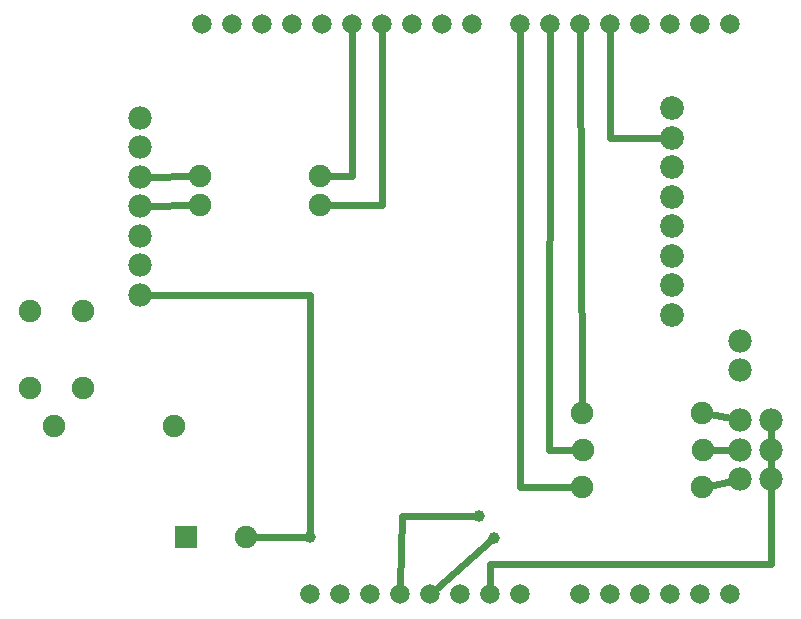
<source format=gtl>
G04 MADE WITH FRITZING*
G04 WWW.FRITZING.ORG*
G04 DOUBLE SIDED*
G04 HOLES PLATED*
G04 CONTOUR ON CENTER OF CONTOUR VECTOR*
%ASAXBY*%
%FSLAX23Y23*%
%MOIN*%
%OFA0B0*%
%SFA1.0B1.0*%
%ADD10C,0.078000*%
%ADD11C,0.075000*%
%ADD12C,0.079370*%
%ADD13C,0.065278*%
%ADD14C,0.039370*%
%ADD15R,0.075000X0.075000*%
%ADD16C,0.024000*%
%LNCOPPER1*%
G90*
G70*
G54D10*
X537Y1689D03*
X537Y1591D03*
X537Y1492D03*
X537Y1394D03*
X537Y1296D03*
X537Y1197D03*
X537Y1099D03*
G54D11*
X171Y788D03*
X171Y1044D03*
X348Y788D03*
X348Y1044D03*
X249Y662D03*
X649Y662D03*
X735Y1398D03*
X1135Y1398D03*
X691Y292D03*
X891Y292D03*
X2413Y583D03*
X2013Y583D03*
X736Y1496D03*
X1136Y1496D03*
X2409Y457D03*
X2009Y457D03*
X2409Y705D03*
X2009Y705D03*
G54D12*
X2309Y1721D03*
X2309Y1622D03*
X2309Y1524D03*
X2309Y1425D03*
X2309Y1327D03*
X2309Y1229D03*
X2309Y1130D03*
X2309Y1032D03*
G54D13*
X2103Y100D03*
X2203Y100D03*
X2303Y100D03*
X2403Y100D03*
X2503Y100D03*
X1643Y2000D03*
X1543Y2000D03*
X1443Y2000D03*
X1343Y2000D03*
X1243Y2000D03*
X1143Y2000D03*
X1043Y2000D03*
X943Y2000D03*
X843Y2000D03*
X743Y2000D03*
X2503Y2000D03*
X2403Y2000D03*
X2303Y2000D03*
X2203Y2000D03*
X2103Y2000D03*
X2003Y2000D03*
X1903Y2000D03*
X1803Y2000D03*
X1203Y100D03*
X1103Y100D03*
X1303Y100D03*
X1403Y100D03*
X1503Y100D03*
X1603Y100D03*
X1703Y100D03*
X1803Y100D03*
X2003Y100D03*
G54D14*
X1668Y361D03*
X1716Y289D03*
X1102Y293D03*
G54D10*
X2639Y681D03*
X2639Y583D03*
X2639Y485D03*
X2537Y681D03*
X2537Y583D03*
X2537Y485D03*
X2537Y945D03*
X2537Y847D03*
G54D15*
X691Y292D03*
G54D16*
X1243Y1496D02*
X1165Y1496D01*
D02*
X1343Y1398D02*
X1164Y1398D01*
D02*
X1343Y1969D02*
X1343Y1398D01*
D02*
X1243Y1969D02*
X1243Y1496D01*
D02*
X2639Y651D02*
X2639Y613D01*
D02*
X2639Y553D02*
X2639Y515D01*
D02*
X2640Y314D02*
X2640Y200D01*
D02*
X2640Y200D02*
X1703Y200D01*
D02*
X1703Y200D02*
X1703Y132D01*
D02*
X2639Y454D02*
X2640Y314D01*
D02*
X567Y1395D02*
X706Y1397D01*
D02*
X1901Y580D02*
X1903Y1969D01*
D02*
X1985Y582D02*
X1901Y580D01*
D02*
X1804Y457D02*
X1803Y1969D01*
D02*
X1981Y457D02*
X1804Y457D01*
D02*
X708Y1496D02*
X567Y1493D01*
D02*
X2103Y1969D02*
X2103Y1622D01*
D02*
X2103Y1622D02*
X2278Y1622D01*
D02*
X1409Y360D02*
X1404Y132D01*
D02*
X1649Y361D02*
X1409Y360D01*
D02*
X1102Y1093D02*
X1102Y312D01*
D02*
X1102Y1099D02*
X1102Y1093D01*
D02*
X567Y1099D02*
X1102Y1099D01*
D02*
X1702Y277D02*
X1526Y121D01*
D02*
X2009Y734D02*
X2003Y1969D01*
D02*
X920Y292D02*
X1083Y293D01*
D02*
X2507Y687D02*
X2437Y700D01*
D02*
X2507Y583D02*
X2442Y583D01*
D02*
X2507Y478D02*
X2437Y463D01*
G04 End of Copper1*
M02*
</source>
